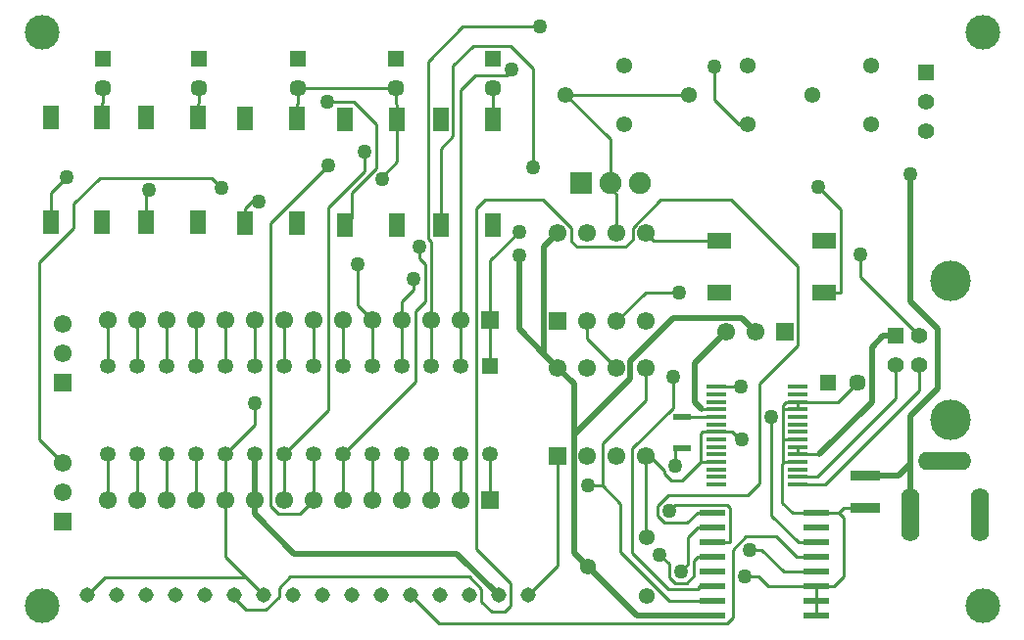
<source format=gtl>
G04*
G04 #@! TF.GenerationSoftware,Altium Limited,Altium Designer,20.2.5 (213)*
G04*
G04 Layer_Physical_Order=1*
G04 Layer_Color=255*
%FSLAX25Y25*%
%MOIN*%
G70*
G04*
G04 #@! TF.SameCoordinates,58A5799B-777F-4B07-89FE-91B8D634004C*
G04*
G04*
G04 #@! TF.FilePolarity,Positive*
G04*
G01*
G75*
%ADD14C,0.01000*%
%ADD16R,0.05433X0.08268*%
%ADD18R,0.08268X0.05433*%
%ADD19R,0.10236X0.03740*%
%ADD27O,0.06299X0.18110*%
%ADD28O,0.18110X0.06299*%
%ADD29R,0.05591X0.05591*%
%ADD30C,0.05591*%
%ADD31C,0.13780*%
%ADD32C,0.06102*%
%ADD33R,0.06102X0.06102*%
%ADD34C,0.05709*%
%ADD35R,0.05709X0.05709*%
%ADD36C,0.07480*%
%ADD37R,0.07480X0.07480*%
%ADD40R,0.06102X0.06102*%
%ADD43R,0.05709X0.05709*%
%ADD45R,0.06299X0.01968*%
%ADD46R,0.07087X0.01772*%
%ADD47R,0.09000X0.02200*%
%ADD48C,0.02000*%
%ADD49C,0.05315*%
%ADD50R,0.05315X0.05315*%
%ADD51C,0.11811*%
%ADD52C,0.05433*%
%ADD53C,0.05158*%
%ADD54C,0.05512*%
%ADD55R,0.05512X0.05512*%
%ADD56C,0.05000*%
D14*
X86551Y138913D02*
X106200Y158562D01*
X114933Y180200D02*
X122400Y172733D01*
Y157605D02*
Y172733D01*
X114165Y149369D02*
X122400Y157605D01*
X114165Y140602D02*
Y149369D01*
X106200Y144232D02*
X118401Y156433D01*
X106200Y75255D02*
Y144232D01*
X118401Y156433D02*
Y163187D01*
X194563Y49513D02*
X199487D01*
X199510Y49490D01*
X71102Y60158D02*
X81102Y70158D01*
Y77559D01*
X213976Y115236D02*
X225354D01*
X204213Y105473D02*
X213976Y115236D01*
X249335Y27673D02*
X253607D01*
X261059Y20221D02*
X272269D01*
X253607Y27673D02*
X261059Y20221D01*
X248205Y32200D02*
X258556D01*
X243701Y27696D02*
X248205Y32200D01*
X243701Y4532D02*
Y27696D01*
X241790Y2621D02*
X243701Y4532D01*
X143679Y2621D02*
X241790D01*
X134094Y12205D02*
X143679Y2621D01*
X247701Y18590D02*
X252368D01*
X255737Y15221D01*
X89345Y14736D02*
X93113Y18504D01*
X153996D02*
X158173Y14327D01*
X93113Y18504D02*
X153996D01*
X236669Y30221D02*
X242669D01*
Y41942D01*
X241790Y42821D02*
X242669Y41942D01*
X223991Y42821D02*
X241790D01*
X221958Y40787D02*
X223991Y42821D01*
X217958Y39130D02*
Y42444D01*
X221814Y46300D01*
X248900D01*
X228267Y36787D02*
X231700Y40221D01*
X220302Y36787D02*
X228267D01*
X217958Y39130D02*
X220302Y36787D01*
X224062Y61736D02*
X224546Y62221D01*
X226484D01*
X224062Y56242D02*
Y61736D01*
X226476Y51179D02*
X232860Y57563D01*
X222836Y51179D02*
X226476D01*
X220493Y53522D02*
X222836Y51179D01*
X220493Y53522D02*
Y54435D01*
X215322Y59606D02*
X220493Y54435D01*
X91102Y60158D02*
X106200Y75255D01*
X307126Y81929D02*
Y90748D01*
X265945Y49902D02*
X275098D01*
X307126Y81929D01*
X265536Y25221D02*
X272269D01*
X258556Y32200D02*
X265536Y25221D01*
X281374Y18595D02*
Y38546D01*
X279700Y40221D02*
X281374Y38546D01*
X278000Y15221D02*
X281374Y18595D01*
Y41895D02*
X288811D01*
X279700Y40221D02*
X281374Y41895D01*
X207162Y130860D02*
X209661Y133359D01*
X188764Y132736D02*
X190639Y130860D01*
X207162D01*
X209661Y133359D02*
Y137358D01*
X19596Y145596D02*
X28394Y154394D01*
X19596Y137296D02*
Y145596D01*
X28394Y154394D02*
X66306D01*
X7874Y125574D02*
X19596Y137296D01*
X7874Y65118D02*
X15748Y57244D01*
X7874Y65118D02*
Y125574D01*
X86551Y42603D02*
Y138913D01*
Y42603D02*
X89217Y39937D01*
X96551D01*
X101102Y44488D01*
X105700Y180200D02*
X114933D01*
X95669Y184764D02*
X129134D01*
X111949Y138386D02*
X114165Y140602D01*
X124343Y153890D02*
Y154657D01*
X129587Y159901D01*
Y174213D01*
X237992Y67815D02*
X243602D01*
X246161Y65256D01*
X246700D01*
X140114Y133631D02*
Y194051D01*
X151923Y205860D02*
X178110D01*
X140114Y194051D02*
X151923Y205860D01*
X89345Y11687D02*
Y14736D01*
X135039Y116137D02*
Y120000D01*
X232860Y57563D02*
Y67229D01*
X232876Y57579D02*
X237992D01*
X232860Y57563D02*
X232876Y57579D01*
X233446Y67815D02*
X237992D01*
X232860Y67229D02*
X233446Y67815D01*
X209600Y62221D02*
X223300Y75921D01*
X209600Y26519D02*
Y62221D01*
X223300Y75921D02*
Y86614D01*
X226484Y72851D02*
X226525Y72892D01*
X237951D01*
X237992Y72933D01*
X214213Y59606D02*
X215322D01*
X218819Y25981D02*
X222000Y22800D01*
Y18400D02*
Y22800D01*
X137008Y126992D02*
Y130787D01*
X131102Y112200D02*
X135039Y116137D01*
X137008Y126992D02*
X137329Y126671D01*
X139102Y124898D01*
Y112200D02*
Y124898D01*
X135800Y108898D02*
X139102Y112200D01*
X141102Y105906D02*
Y132642D01*
X140114Y133631D02*
X141102Y132642D01*
X116142Y110866D02*
Y125038D01*
Y110866D02*
X121102Y105906D01*
X151102D02*
Y184302D01*
X156000Y189200D01*
X135800Y84855D02*
Y108898D01*
X131102Y105906D02*
Y112200D01*
Y90158D02*
Y105906D01*
X156000Y189200D02*
X166700D01*
X24094Y12205D02*
X30000Y18110D01*
X78189D01*
X71102Y25197D02*
X78189Y18110D01*
X84094Y12205D01*
X84863Y7205D02*
X89345Y11687D01*
X74094Y11142D02*
Y12205D01*
Y11142D02*
X78031Y7205D01*
X84863D01*
X199510Y49490D02*
Y64006D01*
X214213Y78709D01*
X209600Y26519D02*
X221819Y14300D01*
X199510Y49490D02*
X205581Y43419D01*
X221819Y14300D02*
X232200D01*
X205581Y26795D02*
X222156Y10221D01*
X214213Y59606D02*
X214272Y59547D01*
Y32106D02*
Y59547D01*
Y32106D02*
X214331Y32047D01*
X205581Y26795D02*
Y43419D01*
X222156Y10221D02*
X236669D01*
X279508Y78051D02*
X286102Y84646D01*
X265945Y78051D02*
X279508D01*
X287008Y120709D02*
X307126Y100591D01*
X287008Y120709D02*
Y128347D01*
X201969Y152756D02*
Y167559D01*
X186850Y182677D02*
X201969Y167559D01*
X186850Y182677D02*
X228661D01*
X184213Y22323D02*
Y59606D01*
X174094Y12205D02*
X184213Y22323D01*
X204213Y135473D02*
Y148758D01*
X201969Y151002D02*
X204213Y148758D01*
X201969Y151002D02*
Y152756D01*
X209661Y137358D02*
X219204Y146900D01*
X243100D01*
X159400D02*
X179221D01*
X188764Y137358D01*
Y132736D02*
Y137358D01*
X71102Y25197D02*
Y44488D01*
X158173Y10000D02*
Y14327D01*
X71102Y44488D02*
Y60158D01*
X91102Y90158D02*
Y105906D01*
X256839Y72800D02*
X256900Y72739D01*
Y39321D02*
Y72739D01*
X260900Y75492D02*
Y77000D01*
Y65256D02*
Y75492D01*
Y57800D02*
Y65256D01*
X261121Y57579D02*
X265945D01*
X261000D02*
X261121D01*
X232200Y14300D02*
Y15221D01*
X255737D02*
X272269D01*
X216811Y132874D02*
X239079D01*
X214213Y135473D02*
X216811Y132874D01*
X256900Y39321D02*
X266000Y30221D01*
X272269D01*
X231700Y40221D02*
X236669D01*
X248900Y46300D02*
X252800Y50200D01*
Y84300D01*
X265900Y97400D01*
Y124100D01*
X243100Y146900D02*
X265900Y124100D01*
X156500Y144000D02*
X159400Y146900D01*
X156500Y28000D02*
Y144000D01*
Y28000D02*
X168200Y16300D01*
Y8700D02*
Y16300D01*
X166000Y6500D02*
X168200Y8700D01*
X161673Y6500D02*
X166000D01*
X158173Y10000D02*
X161673Y6500D01*
X232200Y15221D02*
X236669D01*
X194213Y99606D02*
Y105473D01*
Y99606D02*
X204213Y89606D01*
X214213Y78709D02*
Y89606D01*
X161102Y126102D02*
X171000Y136000D01*
X161102Y105906D02*
Y126102D01*
X166700Y189200D02*
X168600Y191100D01*
X265945Y60138D02*
X273038D01*
X237992Y83169D02*
X246431D01*
X11634Y149134D02*
X17100Y154600D01*
X11634Y139202D02*
Y149134D01*
X231721Y35221D02*
X236669D01*
X228500Y32000D02*
X231721Y35221D01*
X228500Y22900D02*
Y32000D01*
X226000Y20400D02*
X228500Y22900D01*
X260479Y57058D02*
X261000Y57579D01*
X260479Y43742D02*
Y57058D01*
Y43742D02*
X264000Y40221D01*
X272269D01*
X66306Y154394D02*
X69800Y150900D01*
X44130Y139173D02*
Y149430D01*
X45000Y150300D01*
X79995Y146200D02*
X82500D01*
X77795Y144000D02*
X79995Y146200D01*
X77795Y138780D02*
Y144000D01*
X222000Y18400D02*
X224000Y16400D01*
X228000D01*
X230600Y19000D01*
Y24000D01*
X231821Y25221D01*
X236669D01*
X144331Y138386D02*
Y164331D01*
X148600Y168600D01*
Y192500D01*
X155300Y199200D01*
X168000D01*
X175700Y191500D01*
Y157800D02*
Y191500D01*
X272269Y40221D02*
X279700D01*
X299252Y79413D02*
Y90748D01*
X272300Y52461D02*
X299252Y79413D01*
X265945Y52461D02*
X272300D01*
X274905Y115236D02*
X280600D01*
Y143500D01*
X272900Y151200D02*
X280600Y143500D01*
X245823Y172677D02*
X248661D01*
X237500Y181000D02*
X245823Y172677D01*
X237500Y181000D02*
Y192400D01*
X111102Y60158D02*
X135800Y84855D01*
X272269Y15221D02*
X278000D01*
X260900Y57800D02*
X261121Y57579D01*
X260900Y77000D02*
X261951Y78051D01*
X265945D01*
X233216Y75492D02*
X237992D01*
X260900Y65256D02*
X265945D01*
X260900Y75492D02*
X265945D01*
Y78051D01*
X272269Y10221D02*
Y15221D01*
Y5221D02*
Y10221D01*
X62205Y180037D02*
Y184764D01*
X61768Y179600D02*
X62205Y180037D01*
X61768Y175000D02*
Y179600D01*
X29291Y179820D02*
Y184764D01*
X29272Y179800D02*
X29291Y179820D01*
X29272Y175029D02*
Y179800D01*
X129134Y179653D02*
Y184764D01*
Y179653D02*
X129587Y179200D01*
Y174213D02*
Y179200D01*
X95669Y179736D02*
Y184764D01*
X95433Y179500D02*
X95669Y179736D01*
X95433Y174606D02*
Y179500D01*
X162205Y179536D02*
Y184764D01*
X161968Y179300D02*
X162205Y179536D01*
X161968Y174213D02*
Y179300D01*
X31102Y90158D02*
Y105906D01*
Y44488D02*
Y60158D01*
X161102Y90158D02*
Y105906D01*
X151102Y90158D02*
Y105906D01*
X141102Y90158D02*
Y105906D01*
X121102Y90158D02*
Y105906D01*
X111102Y90158D02*
Y105906D01*
X101102Y90158D02*
Y105906D01*
X81102Y90158D02*
Y105906D01*
X71102Y90158D02*
Y105906D01*
X61102Y90158D02*
Y105906D01*
X51102Y90158D02*
Y105906D01*
X41102Y90158D02*
Y105906D01*
Y44488D02*
Y60158D01*
X51102Y44488D02*
Y60158D01*
X61102Y44488D02*
Y60158D01*
X91102Y44488D02*
Y60158D01*
X101102Y44488D02*
Y60158D01*
X111102Y44488D02*
Y60158D01*
X121102Y44488D02*
Y60158D01*
X131102Y44488D02*
Y60158D01*
X141102Y44488D02*
Y60158D01*
X151102Y44488D02*
Y60158D01*
X161102Y44488D02*
Y60158D01*
X265945Y60138D02*
Y62697D01*
D16*
X111949Y174213D02*
D03*
Y138386D02*
D03*
X129587Y174213D02*
D03*
Y138386D02*
D03*
X29272Y139202D02*
D03*
Y175029D02*
D03*
X11634Y139202D02*
D03*
Y175029D02*
D03*
X144331Y174213D02*
D03*
Y138386D02*
D03*
X161968Y174213D02*
D03*
Y138386D02*
D03*
X77795Y174606D02*
D03*
Y138780D02*
D03*
X95433Y174606D02*
D03*
Y138780D02*
D03*
X61768Y139173D02*
D03*
Y175000D02*
D03*
X44130Y139173D02*
D03*
Y175000D02*
D03*
D18*
X239079Y115236D02*
D03*
X274905D02*
D03*
X239079Y132874D02*
D03*
X274905D02*
D03*
D19*
X288811Y41895D02*
D03*
Y52919D02*
D03*
D27*
X304061Y39533D02*
D03*
X327683D02*
D03*
D28*
X315872Y58037D02*
D03*
D29*
X299252Y100591D02*
D03*
D30*
Y90748D02*
D03*
X307126D02*
D03*
Y100591D02*
D03*
D31*
X317795Y71969D02*
D03*
Y119370D02*
D03*
D32*
X31102Y105906D02*
D03*
X41102D02*
D03*
X51102D02*
D03*
X61102D02*
D03*
X71102D02*
D03*
X81102D02*
D03*
X91102D02*
D03*
X101102D02*
D03*
X111102D02*
D03*
X121102D02*
D03*
X131102D02*
D03*
X141102D02*
D03*
X151102D02*
D03*
X15748Y104449D02*
D03*
Y94449D02*
D03*
X15748Y47244D02*
D03*
Y57244D02*
D03*
X151102Y44488D02*
D03*
X141102D02*
D03*
X131102D02*
D03*
X121102D02*
D03*
X111102D02*
D03*
X101102D02*
D03*
X91102D02*
D03*
X81102D02*
D03*
X71102D02*
D03*
X61102D02*
D03*
X51102D02*
D03*
X41102D02*
D03*
X31102D02*
D03*
X194213Y59606D02*
D03*
X204213D02*
D03*
X214213D02*
D03*
Y89606D02*
D03*
X204213D02*
D03*
X194213D02*
D03*
X184213D02*
D03*
X194213Y105473D02*
D03*
X204213D02*
D03*
X214213D02*
D03*
Y135473D02*
D03*
X204213D02*
D03*
X194213D02*
D03*
X184213D02*
D03*
X251339Y101968D02*
D03*
X241339D02*
D03*
D33*
X15748Y84449D02*
D03*
X15748Y37244D02*
D03*
D34*
X286102Y84646D02*
D03*
X162205Y184764D02*
D03*
X129134D02*
D03*
X95669D02*
D03*
X62205Y184764D02*
D03*
X29291Y184764D02*
D03*
D35*
X276102Y84646D02*
D03*
D36*
X201969Y152756D02*
D03*
X211969D02*
D03*
D37*
X191969D02*
D03*
D40*
X161102Y105906D02*
D03*
Y44488D02*
D03*
X184213Y59606D02*
D03*
Y105473D02*
D03*
X261339Y101968D02*
D03*
D43*
X162205Y194764D02*
D03*
X129134D02*
D03*
X95669D02*
D03*
X62205Y194764D02*
D03*
X29291Y194764D02*
D03*
D45*
X226484Y62221D02*
D03*
Y72851D02*
D03*
D46*
X237992Y83169D02*
D03*
Y80610D02*
D03*
Y78051D02*
D03*
Y75492D02*
D03*
Y72933D02*
D03*
Y70374D02*
D03*
Y67815D02*
D03*
Y65256D02*
D03*
Y62697D02*
D03*
Y60138D02*
D03*
Y57579D02*
D03*
Y55020D02*
D03*
Y52461D02*
D03*
Y49902D02*
D03*
X265945D02*
D03*
Y52461D02*
D03*
Y55020D02*
D03*
Y57579D02*
D03*
Y60138D02*
D03*
Y62697D02*
D03*
Y65256D02*
D03*
Y67815D02*
D03*
Y70374D02*
D03*
Y72933D02*
D03*
Y75492D02*
D03*
Y78051D02*
D03*
Y80610D02*
D03*
Y83169D02*
D03*
D47*
X272269Y5221D02*
D03*
Y10221D02*
D03*
Y15221D02*
D03*
Y20221D02*
D03*
Y25221D02*
D03*
Y30221D02*
D03*
Y35221D02*
D03*
Y40221D02*
D03*
X236669D02*
D03*
Y35221D02*
D03*
Y30221D02*
D03*
Y25221D02*
D03*
Y20221D02*
D03*
Y15221D02*
D03*
Y10221D02*
D03*
Y5221D02*
D03*
D48*
X81102Y44488D02*
Y60158D01*
X171000Y102819D02*
Y128000D01*
X179600Y94219D02*
Y130860D01*
X184213Y135473D01*
X304061Y39533D02*
Y56980D01*
X300000Y52919D02*
X304061Y56980D01*
Y73361D01*
X171000Y102819D02*
X179600Y94219D01*
X94484Y26378D02*
X149921D01*
X81102Y39759D02*
X94484Y26378D01*
X81102Y39759D02*
Y44488D01*
X149921Y26378D02*
X164094Y12205D01*
X273038Y60138D02*
X290957Y78057D01*
Y96757D02*
X294791Y100591D01*
X290957Y78057D02*
Y96757D01*
X304061Y73361D02*
X313391Y82691D01*
Y103009D01*
X304000Y112400D02*
X313391Y103009D01*
X189661Y66898D02*
Y84158D01*
X184213Y89606D02*
X189661Y84158D01*
X246707Y106600D02*
X251339Y101968D01*
X223300Y106600D02*
X246707D01*
X208764Y92064D02*
X223300Y106600D01*
X208764Y86000D02*
Y92064D01*
X189661Y66898D02*
X208764Y86000D01*
X189661Y26717D02*
Y66898D01*
Y26717D02*
X194331Y22047D01*
X179600Y94219D02*
X184213Y89606D01*
X304000Y112400D02*
Y155600D01*
X294791Y100591D02*
X299252D01*
X211157Y5221D02*
X236669D01*
X194331Y22047D02*
X211157Y5221D01*
X230708Y78000D02*
X233216Y75492D01*
X230708Y78000D02*
Y91338D01*
X241339Y101968D01*
X288811Y52919D02*
X300000D01*
D49*
X161102Y60158D02*
D03*
X151102D02*
D03*
X141102D02*
D03*
X131102D02*
D03*
X121102D02*
D03*
X111102D02*
D03*
X101102D02*
D03*
X91102D02*
D03*
X81102D02*
D03*
X71102D02*
D03*
X61102D02*
D03*
X51102D02*
D03*
X41102D02*
D03*
X31102D02*
D03*
Y90158D02*
D03*
X41102D02*
D03*
X51102D02*
D03*
X61102D02*
D03*
X71102D02*
D03*
X81102D02*
D03*
X91102D02*
D03*
X101102D02*
D03*
X111102D02*
D03*
X121102D02*
D03*
X131102D02*
D03*
X141102D02*
D03*
X151102D02*
D03*
D50*
X161102D02*
D03*
D51*
X8661Y8661D02*
D03*
Y203937D02*
D03*
X328740Y8661D02*
D03*
Y203937D02*
D03*
D52*
X206850Y172677D02*
D03*
X186850Y182677D02*
D03*
X206850Y192677D02*
D03*
X214331Y32047D02*
D03*
X194331Y22047D02*
D03*
X214331Y12047D02*
D03*
X290772Y192677D02*
D03*
X270772Y182677D02*
D03*
X290772Y172677D02*
D03*
X248661Y192677D02*
D03*
X228661Y182677D02*
D03*
X248661Y172677D02*
D03*
D53*
X24094Y12205D02*
D03*
X34094D02*
D03*
X44094D02*
D03*
X54094D02*
D03*
X64094D02*
D03*
X74094D02*
D03*
X84094D02*
D03*
X94094D02*
D03*
X104094D02*
D03*
X114094D02*
D03*
X124094D02*
D03*
X134094D02*
D03*
X144094D02*
D03*
X154094D02*
D03*
X164094D02*
D03*
X174094D02*
D03*
D54*
X309366Y170228D02*
D03*
Y180228D02*
D03*
D55*
Y190228D02*
D03*
D56*
X106200Y158562D02*
D03*
X118401Y163187D02*
D03*
X194563Y49513D02*
D03*
X81102Y77559D02*
D03*
X225354Y115236D02*
D03*
X249335Y27673D02*
D03*
X247701Y18590D02*
D03*
X221958Y40787D02*
D03*
X224062Y56242D02*
D03*
X105700Y180200D02*
D03*
X124343Y153890D02*
D03*
X246700Y65256D02*
D03*
X171000Y128000D02*
D03*
X135039Y120000D02*
D03*
X223300Y86614D02*
D03*
X218819Y25981D02*
D03*
X137008Y130787D02*
D03*
X116142Y125038D02*
D03*
X178110Y205860D02*
D03*
X287008Y128347D02*
D03*
X256839Y72800D02*
D03*
X304000Y155600D02*
D03*
X171000Y136000D02*
D03*
X168600Y191100D02*
D03*
X246431Y83169D02*
D03*
X17100Y154600D02*
D03*
X226000Y20400D02*
D03*
X69800Y150900D02*
D03*
X45000Y150300D02*
D03*
X82500Y146200D02*
D03*
X175700Y157800D02*
D03*
X272900Y151200D02*
D03*
X237500Y192400D02*
D03*
M02*

</source>
